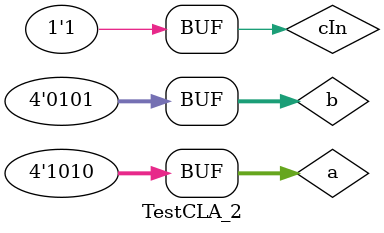
<source format=v>
`timescale 1ns / 1ps


module TestCLA_2;

	// Inputs
	reg cIn;
	reg [3:0] a;
	reg [3:0] b;

	// Outputs
	wire [3:0] s;
	wire P;
	wire G;
	wire cOut;
	// Instantiate the Unit Under Test (UUT)
	CLA_2 uut (
		.s(s), 
		.P(P), 
		.G(G), 
		.cIn(cIn), 
		.a(a), 
		.b(b)
	);
	assign cOut = G | (P & cIn);
	initial begin
		// Initialize Inputs
		cIn = 0;
		a = 0;
		b = 0;
		
		// Wait 100 ns for global reset to finish
		#100;
		$monitor($time,"\ta=%d,\tb=%d,\tcIn=%b,\ts=%d,\tcOut=%d",a,b,cIn,s,cOut);
		#1 a =  3; b = 5; cIn = 0;
		#1 a = 10; b = 4; cIn = 1;
		#1 a = 10; b = 5; cIn = 0;
		#1 a = 10; b = 5; cIn = 1;
	end
      
endmodule


</source>
